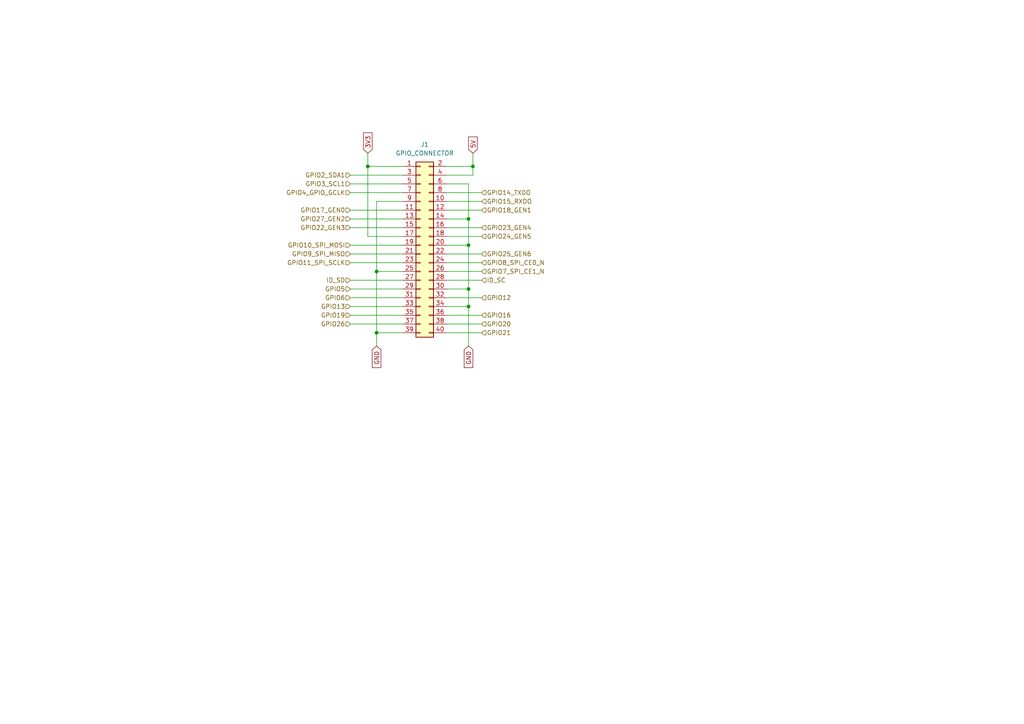
<source format=kicad_sch>
(kicad_sch (version 20230121) (generator eeschema)
  (paper "A4")
  (lib_symbols
    (symbol "Connector_Generic:Conn_02x20_Odd_Even" (pin_names (offset 1.016) hide)
      (property "Reference" "J" (at 1.27 25.4 0))
      (property "Value" "Conn_02x20_Odd_Even" (at 1.27 -27.94 0))
      (symbol "Conn_02x20_Odd_Even_1_1"
        (rectangle (start -1.27 -25.273) (end 0 -25.527) (stroke (width 0.1524)))
        (rectangle (start -1.27 -22.733) (end 0 -22.987) (stroke (width 0.1524)))
        (rectangle (start -1.27 -20.193) (end 0 -20.447) (stroke (width 0.1524)))
        (rectangle (start -1.27 -17.653) (end 0 -17.907) (stroke (width 0.1524)))
        (rectangle (start -1.27 -15.113) (end 0 -15.367) (stroke (width 0.1524)))
        (rectangle (start -1.27 -12.573) (end 0 -12.827) (stroke (width 0.1524)))
        (rectangle (start -1.27 -10.033) (end 0 -10.287) (stroke (width 0.1524)))
        (rectangle (start -1.27 -7.493) (end 0 -7.747) (stroke (width 0.1524)))
        (rectangle (start -1.27 -4.953) (end 0 -5.207) (stroke (width 0.1524)))
        (rectangle (start -1.27 -2.413) (end 0 -2.667) (stroke (width 0.1524)))
        (rectangle (start -1.27 0.127) (end 0 -0.127) (stroke (width 0.1524)))
        (rectangle (start -1.27 2.667) (end 0 2.413) (stroke (width 0.1524)))
        (rectangle (start -1.27 5.207) (end 0 4.953) (stroke (width 0.1524)))
        (rectangle (start -1.27 7.747) (end 0 7.493) (stroke (width 0.1524)))
        (rectangle (start -1.27 10.287) (end 0 10.033) (stroke (width 0.1524)))
        (rectangle (start -1.27 12.827) (end 0 12.573) (stroke (width 0.1524)))
        (rectangle (start -1.27 15.367) (end 0 15.113) (stroke (width 0.1524)))
        (rectangle (start -1.27 17.907) (end 0 17.653) (stroke (width 0.1524)))
        (rectangle (start -1.27 20.447) (end 0 20.193) (stroke (width 0.1524)))
        (rectangle (start -1.27 22.987) (end 0 22.733) (stroke (width 0.1524)))
        (rectangle (start -1.27 24.13) (end 3.81 -26.67) (stroke (width 0.254)) (fill (type background)))
        (rectangle (start 3.81 -25.273) (end 2.54 -25.527) (stroke (width 0.1524)))
        (rectangle (start 3.81 -22.733) (end 2.54 -22.987) (stroke (width 0.1524)))
        (rectangle (start 3.81 -20.193) (end 2.54 -20.447) (stroke (width 0.1524)))
        (rectangle (start 3.81 -17.653) (end 2.54 -17.907) (stroke (width 0.1524)))
        (rectangle (start 3.81 -15.113) (end 2.54 -15.367) (stroke (width 0.1524)))
        (rectangle (start 3.81 -12.573) (end 2.54 -12.827) (stroke (width 0.1524)))
        (rectangle (start 3.81 -10.033) (end 2.54 -10.287) (stroke (width 0.1524)))
        (rectangle (start 3.81 -7.493) (end 2.54 -7.747) (stroke (width 0.1524)))
        (rectangle (start 3.81 -4.953) (end 2.54 -5.207) (stroke (width 0.1524)))
        (rectangle (start 3.81 -2.413) (end 2.54 -2.667) (stroke (width 0.1524)))
        (rectangle (start 3.81 0.127) (end 2.54 -0.127) (stroke (width 0.1524)))
        (rectangle (start 3.81 2.667) (end 2.54 2.413) (stroke (width 0.1524)))
        (rectangle (start 3.81 5.207) (end 2.54 4.953) (stroke (width 0.1524)))
        (rectangle (start 3.81 7.747) (end 2.54 7.493) (stroke (width 0.1524)))
        (rectangle (start 3.81 10.287) (end 2.54 10.033) (stroke (width 0.1524)))
        (rectangle (start 3.81 12.827) (end 2.54 12.573) (stroke (width 0.1524)))
        (rectangle (start 3.81 15.367) (end 2.54 15.113) (stroke (width 0.1524)))
        (rectangle (start 3.81 17.907) (end 2.54 17.653) (stroke (width 0.1524)))
        (rectangle (start 3.81 20.447) (end 2.54 20.193) (stroke (width 0.1524)))
        (rectangle (start 3.81 22.987) (end 2.54 22.733) (stroke (width 0.1524)))
        (pin passive line (at -5.08 22.86 0) (length 3.81) (name "Pin_1") (number "1"))
        (pin passive line (at 7.62 12.7 180) (length 3.81) (name "Pin_10") (number "10"))
        (pin passive line (at -5.08 10.16 0) (length 3.81) (name "Pin_11") (number "11"))
        (pin passive line (at 7.62 10.16 180) (length 3.81) (name "Pin_12") (number "12"))
        (pin passive line (at -5.08 7.62 0) (length 3.81) (name "Pin_13") (number "13"))
        (pin passive line (at 7.62 7.62 180) (length 3.81) (name "Pin_14") (number "14"))
        (pin passive line (at -5.08 5.08 0) (length 3.81) (name "Pin_15") (number "15"))
        (pin passive line (at 7.62 5.08 180) (length 3.81) (name "Pin_16") (number "16"))
        (pin passive line (at -5.08 2.54 0) (length 3.81) (name "Pin_17") (number "17"))
        (pin passive line (at 7.62 2.54 180) (length 3.81) (name "Pin_18") (number "18"))
        (pin passive line (at -5.08 0 0) (length 3.81) (name "Pin_19") (number "19"))
        (pin passive line (at 7.62 22.86 180) (length 3.81) (name "Pin_2") (number "2"))
        (pin passive line (at 7.62 0 180) (length 3.81) (name "Pin_20") (number "20"))
        (pin passive line (at -5.08 -2.54 0) (length 3.81) (name "Pin_21") (number "21"))
        (pin passive line (at 7.62 -2.54 180) (length 3.81) (name "Pin_22") (number "22"))
        (pin passive line (at -5.08 -5.08 0) (length 3.81) (name "Pin_23") (number "23"))
        (pin passive line (at 7.62 -5.08 180) (length 3.81) (name "Pin_24") (number "24"))
        (pin passive line (at -5.08 -7.62 0) (length 3.81) (name "Pin_25") (number "25"))
        (pin passive line (at 7.62 -7.62 180) (length 3.81) (name "Pin_26") (number "26"))
        (pin passive line (at -5.08 -10.16 0) (length 3.81) (name "Pin_27") (number "27"))
        (pin passive line (at 7.62 -10.16 180) (length 3.81) (name "Pin_28") (number "28"))
        (pin passive line (at -5.08 -12.7 0) (length 3.81) (name "Pin_29") (number "29"))
        (pin passive line (at -5.08 20.32 0) (length 3.81) (name "Pin_3") (number "3"))
        (pin passive line (at 7.62 -12.7 180) (length 3.81) (name "Pin_30") (number "30"))
        (pin passive line (at -5.08 -15.24 0) (length 3.81) (name "Pin_31") (number "31"))
        (pin passive line (at 7.62 -15.24 180) (length 3.81) (name "Pin_32") (number "32"))
        (pin passive line (at -5.08 -17.78 0) (length 3.81) (name "Pin_33") (number "33"))
        (pin passive line (at 7.62 -17.78 180) (length 3.81) (name "Pin_34") (number "34"))
        (pin passive line (at -5.08 -20.32 0) (length 3.81) (name "Pin_35") (number "35"))
        (pin passive line (at 7.62 -20.32 180) (length 3.81) (name "Pin_36") (number "36"))
        (pin passive line (at -5.08 -22.86 0) (length 3.81) (name "Pin_37") (number "37"))
        (pin passive line (at 7.62 -22.86 180) (length 3.81) (name "Pin_38") (number "38"))
        (pin passive line (at -5.08 -25.4 0) (length 3.81) (name "Pin_39") (number "39"))
        (pin passive line (at 7.62 20.32 180) (length 3.81) (name "Pin_4") (number "4"))
        (pin passive line (at 7.62 -25.4 180) (length 3.81) (name "Pin_40") (number "40"))
        (pin passive line (at -5.08 17.78 0) (length 3.81) (name "Pin_5") (number "5"))
        (pin passive line (at 7.62 17.78 180) (length 3.81) (name "Pin_6") (number "6"))
        (pin passive line (at -5.08 15.24 0) (length 3.81) (name "Pin_7") (number "7"))
        (pin passive line (at 7.62 15.24 180) (length 3.81) (name "Pin_8") (number "8"))
        (pin passive line (at -5.08 12.7 0) (length 3.81) (name "Pin_9") (number "9"))
      )
    )
  )
  (junction (at 106.68 48.26))
  (junction (at 109.22 78.74))
  (junction (at 135.89 83.82))
  (junction (at 137.16 48.26))
  (junction (at 135.89 63.5))
  (junction (at 135.89 88.9))
  (junction (at 109.22 96.52))
  (junction (at 135.89 71.12))
  (wire (pts (xy 129.54 93.98) (xy 139.7 93.98)))
  (wire (pts (xy 101.6 63.5) (xy 116.84 63.5)))
  (wire (pts (xy 101.6 86.36) (xy 116.84 86.36)))
  (wire (pts (xy 129.54 96.52) (xy 139.7 96.52)))
  (wire (pts (xy 109.22 96.52) (xy 116.84 96.52)))
  (wire (pts (xy 135.89 63.5) (xy 135.89 71.12)))
  (wire (pts (xy 137.16 50.8) (xy 137.16 48.26)))
  (wire (pts (xy 129.54 78.74) (xy 139.7 78.74)))
  (wire (pts (xy 129.54 91.44) (xy 139.7 91.44)))
  (wire (pts (xy 101.6 91.44) (xy 116.84 91.44)))
  (wire (pts (xy 129.54 81.28) (xy 139.7 81.28)))
  (wire (pts (xy 129.54 63.5) (xy 135.89 63.5)))
  (wire (pts (xy 101.6 60.96) (xy 116.84 60.96)))
  (wire (pts (xy 135.89 71.12) (xy 135.89 83.82)))
  (wire (pts (xy 101.6 71.12) (xy 116.84 71.12)))
  (wire (pts (xy 101.6 55.88) (xy 116.84 55.88)))
  (wire (pts (xy 129.54 73.66) (xy 139.7 73.66)))
  (wire (pts (xy 129.54 71.12) (xy 135.89 71.12)))
  (wire (pts (xy 101.6 93.98) (xy 116.84 93.98)))
  (wire (pts (xy 135.89 88.9) (xy 135.89 100.33)))
  (wire (pts (xy 101.6 53.34) (xy 116.84 53.34)))
  (wire (pts (xy 137.16 48.26) (xy 137.16 44.45)))
  (wire (pts (xy 101.6 83.82) (xy 116.84 83.82)))
  (wire (pts (xy 116.84 58.42) (xy 109.22 58.42)))
  (wire (pts (xy 109.22 96.52) (xy 109.22 100.33)))
  (wire (pts (xy 129.54 86.36) (xy 139.7 86.36)))
  (wire (pts (xy 129.54 50.8) (xy 137.16 50.8)))
  (wire (pts (xy 129.54 76.2) (xy 139.7 76.2)))
  (wire (pts (xy 116.84 48.26) (xy 106.68 48.26)))
  (wire (pts (xy 101.6 66.04) (xy 116.84 66.04)))
  (wire (pts (xy 135.89 53.34) (xy 135.89 63.5)))
  (wire (pts (xy 135.89 83.82) (xy 135.89 88.9)))
  (wire (pts (xy 109.22 78.74) (xy 116.84 78.74)))
  (wire (pts (xy 129.54 66.04) (xy 139.7 66.04)))
  (wire (pts (xy 101.6 81.28) (xy 116.84 81.28)))
  (wire (pts (xy 129.54 88.9) (xy 135.89 88.9)))
  (wire (pts (xy 109.22 78.74) (xy 109.22 96.52)))
  (wire (pts (xy 106.68 68.58) (xy 106.68 48.26)))
  (wire (pts (xy 129.54 58.42) (xy 139.7 58.42)))
  (wire (pts (xy 129.54 55.88) (xy 139.7 55.88)))
  (wire (pts (xy 129.54 53.34) (xy 135.89 53.34)))
  (wire (pts (xy 129.54 48.26) (xy 137.16 48.26)))
  (wire (pts (xy 101.6 88.9) (xy 116.84 88.9)))
  (wire (pts (xy 129.54 83.82) (xy 135.89 83.82)))
  (wire (pts (xy 101.6 76.2) (xy 116.84 76.2)))
  (wire (pts (xy 129.54 60.96) (xy 139.7 60.96)))
  (wire (pts (xy 101.6 73.66) (xy 116.84 73.66)))
  (wire (pts (xy 129.54 68.58) (xy 139.7 68.58)))
  (wire (pts (xy 116.84 68.58) (xy 106.68 68.58)))
  (wire (pts (xy 109.22 58.42) (xy 109.22 78.74)))
  (wire (pts (xy 106.68 48.26) (xy 106.68 44.45)))
  (wire (pts (xy 101.6 50.8) (xy 116.84 50.8)))
  (global_label "5V" (shape input) (at 137.16 44.45 90) (property "Intersheetrefs" "${INTERSHEET_REFS}" (effects hide)))
  (global_label "GND" (shape input) (at 109.22 100.33 270) (property "Intersheetrefs" "${INTERSHEET_REFS}" (effects hide)))
  (global_label "GND" (shape input) (at 135.89 100.33 270) (property "Intersheetrefs" "${INTERSHEET_REFS}" (effects hide)))
  (global_label "3V3" (shape input) (at 106.68 44.45 90) (property "Intersheetrefs" "${INTERSHEET_REFS}" (effects hide)))
  (hierarchical_label "GPIO2_SDA1" (shape input) (at 101.6 50.8 180))
  (hierarchical_label "GPIO10_SPI_MOSI" (shape input) (at 101.6 71.12 180))
  (hierarchical_label "GPIO27_GEN2" (shape input) (at 101.6 63.5 180))
  (hierarchical_label "GPIO15_RXDO" (shape input) (at 139.7 58.42 0))
  (hierarchical_label "GPIO6" (shape input) (at 101.6 86.36 180))
  (hierarchical_label "GPIO18_GEN1" (shape input) (at 139.7 60.96 0))
  (hierarchical_label "GPIO20" (shape input) (at 139.7 93.98 0))
  (hierarchical_label "GPIO5" (shape input) (at 101.6 83.82 180))
  (hierarchical_label "GPIO17_GEN0" (shape input) (at 101.6 60.96 180))
  (hierarchical_label "GPIO22_GEN3" (shape input) (at 101.6 66.04 180))
  (hierarchical_label "ID_SD" (shape input) (at 101.6 81.28 180))
  (hierarchical_label "GPIO4_GPIO_GCLK" (shape input) (at 101.6 55.88 180))
  (hierarchical_label "GPIO25_GEN6" (shape input) (at 139.7 73.66 0))
  (hierarchical_label "GPIO19" (shape input) (at 101.6 91.44 180))
  (hierarchical_label "GPIO13" (shape input) (at 101.6 88.9 180))
  (hierarchical_label "GPIO12" (shape input) (at 139.7 86.36 0))
  (hierarchical_label "GPIO24_GEN5" (shape input) (at 139.7 68.58 0))
  (hierarchical_label "GPIO7_SPI_CE1_N" (shape input) (at 139.7 78.74 0))
  (hierarchical_label "GPIO14_TXDO" (shape input) (at 139.7 55.88 0))
  (hierarchical_label "ID_SC" (shape input) (at 139.7 81.28 0))
  (hierarchical_label "GPIO26" (shape input) (at 101.6 93.98 180))
  (hierarchical_label "GPIO8_SPI_CE0_N" (shape input) (at 139.7 76.2 0))
  (hierarchical_label "GPIO9_SPI_MISO" (shape input) (at 101.6 73.66 180))
  (hierarchical_label "GPIO23_GEN4" (shape input) (at 139.7 66.04 0))
  (hierarchical_label "GPIO3_SCL1" (shape input) (at 101.6 53.34 180))
  (hierarchical_label "GPIO16" (shape input) (at 139.7 91.44 0))
  (hierarchical_label "GPIO21" (shape input) (at 139.7 96.52 0))
  (hierarchical_label "GPIO11_SPI_SCLK" (shape input) (at 101.6 76.2 180))
  (symbol (lib_id "Connector_Generic:Conn_02x20_Odd_Even") (at 121.92 71.12 0) (unit 1)
    (property "Reference" "J1" (at 123.19 41.91 0))
    (property "Value" "GPIO_CONNECTOR" (at 123.19 44.45 0))
  )
)
</source>
